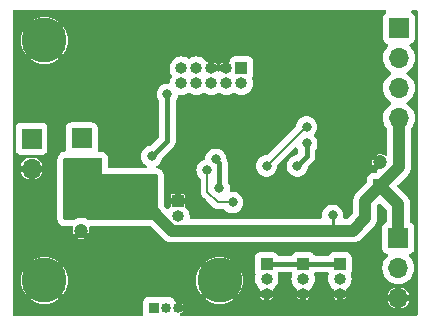
<source format=gbr>
%TF.GenerationSoftware,KiCad,Pcbnew,7.99.0-3522-gc5520b3eef-dirty*%
%TF.CreationDate,2023-12-17T14:55:42+00:00*%
%TF.ProjectId,lamp-controller,6c616d70-2d63-46f6-9e74-726f6c6c6572,rev?*%
%TF.SameCoordinates,Original*%
%TF.FileFunction,Copper,L2,Bot*%
%TF.FilePolarity,Positive*%
%FSLAX46Y46*%
G04 Gerber Fmt 4.6, Leading zero omitted, Abs format (unit mm)*
G04 Created by KiCad (PCBNEW 7.99.0-3522-gc5520b3eef-dirty) date 2023-12-17 14:55:42*
%MOMM*%
%LPD*%
G01*
G04 APERTURE LIST*
%TA.AperFunction,ComponentPad*%
%ADD10C,3.800000*%
%TD*%
%TA.AperFunction,ComponentPad*%
%ADD11R,0.850000X0.850000*%
%TD*%
%TA.AperFunction,ComponentPad*%
%ADD12O,0.850000X0.850000*%
%TD*%
%TA.AperFunction,ComponentPad*%
%ADD13R,1.000000X1.000000*%
%TD*%
%TA.AperFunction,ComponentPad*%
%ADD14O,1.000000X1.000000*%
%TD*%
%TA.AperFunction,ComponentPad*%
%ADD15R,1.700000X1.700000*%
%TD*%
%TA.AperFunction,ComponentPad*%
%ADD16O,1.700000X1.700000*%
%TD*%
%TA.AperFunction,ComponentPad*%
%ADD17C,1.200000*%
%TD*%
%TA.AperFunction,ComponentPad*%
%ADD18R,1.200000X1.200000*%
%TD*%
%TA.AperFunction,ViaPad*%
%ADD19C,0.800000*%
%TD*%
%TA.AperFunction,Conductor*%
%ADD20C,1.000000*%
%TD*%
%TA.AperFunction,Conductor*%
%ADD21C,0.400000*%
%TD*%
%TA.AperFunction,Conductor*%
%ADD22C,0.250000*%
%TD*%
%TA.AperFunction,Conductor*%
%ADD23C,0.150000*%
%TD*%
G04 APERTURE END LIST*
D10*
%TO.P,H3,1,1*%
%TO.N,GND*%
X147420000Y-92500000D03*
%TD*%
%TO.P,H2,1,1*%
%TO.N,GND*%
X132600000Y-92500000D03*
%TD*%
%TO.P,H1,1,1*%
%TO.N,GND*%
X132600000Y-72180000D03*
%TD*%
D11*
%TO.P,J5,1,Pin_1*%
%TO.N,/LPUART1_TX*%
X141900000Y-94800000D03*
D12*
%TO.P,J5,2,Pin_2*%
%TO.N,/LPUART1_RX*%
X142900000Y-94800000D03*
%TO.P,J5,3,Pin_3*%
%TO.N,GND*%
X143900000Y-94800000D03*
%TD*%
D13*
%TO.P,SW2,1,1*%
%TO.N,GND*%
X143887500Y-85800000D03*
D14*
%TO.P,SW2,2,2*%
%TO.N,Net-(R5-Pad2)*%
X143887500Y-87070000D03*
%TD*%
D13*
%TO.P,RV3,1,1*%
%TO.N,+3V3*%
X157600000Y-91100000D03*
D14*
%TO.P,RV3,2,2*%
%TO.N,/C_Pot*%
X157600000Y-92370000D03*
%TO.P,RV3,3,3*%
%TO.N,GND*%
X157600000Y-93640000D03*
%TD*%
%TO.P,RV2,3,3*%
%TO.N,GND*%
X154500000Y-93640000D03*
%TO.P,RV2,2,2*%
%TO.N,/B_Pot*%
X154500000Y-92370000D03*
D13*
%TO.P,RV2,1,1*%
%TO.N,+3V3*%
X154500000Y-91100000D03*
%TD*%
D14*
%TO.P,RV1,3,3*%
%TO.N,GND*%
X151400000Y-93640000D03*
%TO.P,RV1,2,2*%
%TO.N,/A_Pot*%
X151400000Y-92370000D03*
D13*
%TO.P,RV1,1,1*%
%TO.N,+3V3*%
X151400000Y-91100000D03*
%TD*%
D15*
%TO.P,J1,1,Pin_1*%
%TO.N,/5Vin*%
X131500000Y-80500000D03*
D16*
%TO.P,J1,2,Pin_2*%
%TO.N,GND*%
X131500000Y-83040000D03*
%TD*%
D13*
%TO.P,J2,1,VTref*%
%TO.N,/3v3*%
X149270000Y-74530000D03*
D14*
%TO.P,J2,2,SWDIO/TMS*%
%TO.N,/swdio*%
X149270000Y-75800000D03*
%TO.P,J2,3,GND*%
%TO.N,GND*%
X148000000Y-74530000D03*
%TO.P,J2,4,SWDCLK/TCK*%
%TO.N,/swclk*%
X148000000Y-75800000D03*
%TO.P,J2,5,GND*%
%TO.N,GND*%
X146730000Y-74530000D03*
%TO.P,J2,6,SWO/TDO*%
%TO.N,unconnected-(J2-SWO{slash}TDO-Pad6)*%
X146730000Y-75800000D03*
%TO.P,J2,7,KEY*%
%TO.N,unconnected-(J2-KEY-Pad7)*%
X145460000Y-74530000D03*
%TO.P,J2,8,NC/TDI*%
%TO.N,unconnected-(J2-NC{slash}TDI-Pad8)*%
X145460000Y-75800000D03*
%TO.P,J2,9,GNDDetect*%
%TO.N,unconnected-(J2-GNDDetect-Pad9)*%
X144190000Y-74530000D03*
%TO.P,J2,10,~{RESET}*%
%TO.N,/rst*%
X144190000Y-75800000D03*
%TD*%
D17*
%TO.P,C8,2*%
%TO.N,GND*%
X161000000Y-82500000D03*
D18*
%TO.P,C8,1*%
%TO.N,+5V*%
X161000000Y-84500000D03*
%TD*%
D15*
%TO.P,SW1,1,A*%
%TO.N,/5Vin*%
X135750000Y-80475000D03*
D16*
%TO.P,SW1,2,B*%
%TO.N,+5V*%
X135750000Y-83015000D03*
%TD*%
%TO.P,J3,4,Pin_4*%
%TO.N,+5V*%
X162600000Y-78740000D03*
%TO.P,J3,3,Pin_3*%
%TO.N,/C_o*%
X162600000Y-76200000D03*
%TO.P,J3,2,Pin_2*%
%TO.N,/B_o*%
X162600000Y-73660000D03*
D15*
%TO.P,J3,1,Pin_1*%
%TO.N,/A_o*%
X162600000Y-71120000D03*
%TD*%
D16*
%TO.P,J4,3,Pin_3*%
%TO.N,GND*%
X162560000Y-93980000D03*
%TO.P,J4,2,Pin_2*%
%TO.N,/PxCtrl*%
X162560000Y-91440000D03*
D15*
%TO.P,J4,1,Pin_1*%
%TO.N,+5V*%
X162560000Y-88900000D03*
%TD*%
D18*
%TO.P,C2,1*%
%TO.N,+5V*%
X135700000Y-86300000D03*
D17*
%TO.P,C2,2*%
%TO.N,GND*%
X135700000Y-88300000D03*
%TD*%
D19*
%TO.N,GND*%
X134000000Y-70000000D03*
X131000000Y-70000000D03*
X131000000Y-74000000D03*
X131000000Y-90000000D03*
X131000000Y-95000000D03*
X156000000Y-76700000D03*
X157800000Y-75300000D03*
X141000000Y-93000000D03*
X143200000Y-92900000D03*
X148000000Y-79500000D03*
X145750000Y-79500000D03*
%TO.N,+3V3*%
X143000000Y-76750000D03*
X141675000Y-82000000D03*
%TO.N,GND*%
X136753886Y-75005436D03*
X158000000Y-95000000D03*
X160000000Y-95000000D03*
X154000000Y-95000000D03*
X156000000Y-95000000D03*
X150000000Y-95000000D03*
X152000000Y-95000000D03*
X139000000Y-95000000D03*
X137000000Y-95000000D03*
X135000000Y-95000000D03*
X133000000Y-95000000D03*
X131000000Y-88000000D03*
X131000000Y-78000000D03*
X131000000Y-76000000D03*
X131000000Y-86000000D03*
X136000000Y-70000000D03*
X138000000Y-70000000D03*
X140000000Y-70000000D03*
X142000000Y-70000000D03*
X144000000Y-70000000D03*
X146000000Y-70000000D03*
X148000000Y-70000000D03*
X150000000Y-70000000D03*
X152000000Y-70000000D03*
X154000000Y-70000000D03*
X156000000Y-70000000D03*
X158000000Y-70000000D03*
X154000000Y-86500000D03*
X152000000Y-86500000D03*
X160500000Y-78500000D03*
X156000000Y-73000000D03*
X160500000Y-72500000D03*
%TO.N,+5V*%
X157000000Y-87000000D03*
X139700000Y-84400000D03*
X140900000Y-84400000D03*
%TO.N,+3V3*%
X147100000Y-82250000D03*
X147400000Y-84700000D03*
X154803974Y-80903135D03*
X154000000Y-82800000D03*
%TO.N,GND*%
X152700000Y-72900000D03*
X152600000Y-75100000D03*
X152661403Y-78832281D03*
X159900000Y-72900500D03*
X157600000Y-73000000D03*
X159800000Y-79100000D03*
X145900000Y-85900000D03*
X140200000Y-89200000D03*
X140800000Y-76800000D03*
X139800000Y-78900000D03*
X139600000Y-81000000D03*
X148100000Y-81400000D03*
%TO.N,/Button*%
X146359413Y-83155500D03*
X148525000Y-85900000D03*
%TO.N,/C*%
X154787500Y-79500000D03*
X151400000Y-82800000D03*
%TD*%
D20*
%TO.N,+5V*%
X161000000Y-84500000D02*
X159750000Y-85750000D01*
X159750000Y-85750000D02*
X159750000Y-87222600D01*
X159750000Y-87222600D02*
X158700418Y-88272182D01*
X158700418Y-88272182D02*
X157000000Y-88272182D01*
X162560000Y-88900000D02*
X162560000Y-86060000D01*
X162560000Y-86060000D02*
X161000000Y-84500000D01*
X162600000Y-78740000D02*
X162600000Y-82900000D01*
X162600000Y-82900000D02*
X161000000Y-84500000D01*
D21*
%TO.N,+3V3*%
X143000000Y-76750000D02*
X143000000Y-80675000D01*
X143000000Y-80675000D02*
X141675000Y-82000000D01*
X147400000Y-84700000D02*
X147400000Y-82550000D01*
X147400000Y-82550000D02*
X147100000Y-82250000D01*
D20*
%TO.N,+5V*%
X157000000Y-88272182D02*
X143392625Y-88272182D01*
D22*
X157000000Y-87000000D02*
X157000000Y-88272182D01*
D20*
X140900000Y-85779557D02*
X140900000Y-84400000D01*
X143392625Y-88272182D02*
X140900000Y-85779557D01*
D23*
%TO.N,/Button*%
X146359413Y-83155500D02*
X146400000Y-83196087D01*
X146400000Y-83196087D02*
X146400000Y-85000000D01*
X146400000Y-85000000D02*
X147300000Y-85900000D01*
X147300000Y-85900000D02*
X148525000Y-85900000D01*
%TO.N,/C*%
X154700000Y-79500000D02*
X151400000Y-82800000D01*
X154787500Y-79500000D02*
X154700000Y-79500000D01*
D21*
%TO.N,+3V3*%
X154803974Y-81996026D02*
X154803974Y-80903135D01*
X154000000Y-82800000D02*
X154803974Y-81996026D01*
X154500000Y-91100000D02*
X157600000Y-91100000D01*
X151400000Y-91100000D02*
X154500000Y-91100000D01*
%TD*%
%TA.AperFunction,Conductor*%
%TO.N,+5V*%
G36*
X137443039Y-82119685D02*
G01*
X137488794Y-82172489D01*
X137500000Y-82224000D01*
X137500000Y-83500000D01*
X142076000Y-83500000D01*
X142143039Y-83519685D01*
X142188794Y-83572489D01*
X142200000Y-83624000D01*
X142200000Y-87276000D01*
X142180315Y-87343039D01*
X142127511Y-87388794D01*
X142076000Y-87400000D01*
X136372220Y-87400000D01*
X136306943Y-87381427D01*
X136192637Y-87310652D01*
X136002456Y-87236976D01*
X135801976Y-87199500D01*
X135598024Y-87199500D01*
X135397544Y-87236976D01*
X135397541Y-87236976D01*
X135397541Y-87236977D01*
X135207365Y-87310651D01*
X135207364Y-87310651D01*
X135156772Y-87341976D01*
X135093056Y-87381427D01*
X135027780Y-87400000D01*
X134324000Y-87400000D01*
X134256961Y-87380315D01*
X134211206Y-87327511D01*
X134200000Y-87276000D01*
X134200000Y-82224000D01*
X134219685Y-82156961D01*
X134272489Y-82111206D01*
X134324000Y-82100000D01*
X137376000Y-82100000D01*
X137443039Y-82119685D01*
G37*
%TD.AperFunction*%
%TD*%
%TA.AperFunction,Conductor*%
%TO.N,GND*%
G36*
X161503653Y-69620185D02*
G01*
X161549408Y-69672989D01*
X161559352Y-69742147D01*
X161530327Y-69805703D01*
X161510925Y-69823767D01*
X161507670Y-69826203D01*
X161507669Y-69826204D01*
X161392454Y-69912454D01*
X161392453Y-69912455D01*
X161392452Y-69912456D01*
X161306206Y-70027664D01*
X161306202Y-70027671D01*
X161255908Y-70162517D01*
X161252384Y-70195300D01*
X161249501Y-70222123D01*
X161249500Y-70222135D01*
X161249500Y-72017870D01*
X161249501Y-72017876D01*
X161255908Y-72077483D01*
X161306202Y-72212328D01*
X161306206Y-72212335D01*
X161392452Y-72327544D01*
X161392455Y-72327547D01*
X161507664Y-72413793D01*
X161507671Y-72413797D01*
X161639081Y-72462810D01*
X161695015Y-72504681D01*
X161719432Y-72570145D01*
X161704580Y-72638418D01*
X161683430Y-72666673D01*
X161561503Y-72788600D01*
X161425965Y-72982169D01*
X161425964Y-72982171D01*
X161326098Y-73196335D01*
X161326094Y-73196344D01*
X161264938Y-73424586D01*
X161264936Y-73424596D01*
X161244341Y-73659999D01*
X161244341Y-73660000D01*
X161264936Y-73895403D01*
X161264938Y-73895413D01*
X161326094Y-74123655D01*
X161326096Y-74123659D01*
X161326097Y-74123663D01*
X161397866Y-74277571D01*
X161425965Y-74337830D01*
X161425967Y-74337834D01*
X161561501Y-74531395D01*
X161561506Y-74531402D01*
X161728597Y-74698493D01*
X161728603Y-74698498D01*
X161914158Y-74828425D01*
X161957783Y-74883002D01*
X161964977Y-74952500D01*
X161933454Y-75014855D01*
X161914158Y-75031575D01*
X161728597Y-75161505D01*
X161561505Y-75328597D01*
X161425965Y-75522169D01*
X161425964Y-75522171D01*
X161326098Y-75736335D01*
X161326094Y-75736344D01*
X161264938Y-75964586D01*
X161264936Y-75964596D01*
X161244341Y-76199999D01*
X161244341Y-76200000D01*
X161264936Y-76435403D01*
X161264938Y-76435413D01*
X161326094Y-76663655D01*
X161326096Y-76663659D01*
X161326097Y-76663663D01*
X161366357Y-76750000D01*
X161425965Y-76877830D01*
X161425967Y-76877834D01*
X161561501Y-77071395D01*
X161561506Y-77071402D01*
X161728597Y-77238493D01*
X161728603Y-77238498D01*
X161914158Y-77368425D01*
X161957783Y-77423002D01*
X161964977Y-77492500D01*
X161933454Y-77554855D01*
X161914158Y-77571575D01*
X161728597Y-77701505D01*
X161561505Y-77868597D01*
X161425965Y-78062169D01*
X161425964Y-78062171D01*
X161326098Y-78276335D01*
X161326094Y-78276344D01*
X161264938Y-78504586D01*
X161264936Y-78504596D01*
X161244341Y-78739999D01*
X161244341Y-78740000D01*
X161264936Y-78975403D01*
X161264938Y-78975413D01*
X161326094Y-79203655D01*
X161326096Y-79203659D01*
X161326097Y-79203663D01*
X161376496Y-79311744D01*
X161425965Y-79417830D01*
X161425967Y-79417834D01*
X161501358Y-79525502D01*
X161555008Y-79602123D01*
X161561501Y-79611395D01*
X161561506Y-79611402D01*
X161563181Y-79613077D01*
X161563682Y-79613995D01*
X161564982Y-79615544D01*
X161564670Y-79615805D01*
X161596666Y-79674400D01*
X161599500Y-79700758D01*
X161599500Y-81820732D01*
X161579815Y-81887771D01*
X161527011Y-81933526D01*
X161457853Y-81943470D01*
X161405059Y-81922782D01*
X161400562Y-81919678D01*
X161250044Y-81840681D01*
X161084994Y-81800000D01*
X160915006Y-81800000D01*
X160749953Y-81840682D01*
X160749946Y-81840684D01*
X160713412Y-81859858D01*
X160713411Y-81859859D01*
X161000000Y-82146447D01*
X161053553Y-82200000D01*
X160972198Y-82200000D01*
X160889750Y-82215412D01*
X160794390Y-82274457D01*
X160726799Y-82363962D01*
X160696105Y-82471840D01*
X160706454Y-82583521D01*
X160756448Y-82683922D01*
X160839334Y-82759484D01*
X160943920Y-82800000D01*
X161027802Y-82800000D01*
X161059470Y-82794080D01*
X160713411Y-83140140D01*
X160716029Y-83141514D01*
X160766243Y-83190098D01*
X160782218Y-83258117D01*
X160758884Y-83323975D01*
X160746086Y-83338992D01*
X160721897Y-83363181D01*
X160660574Y-83396666D01*
X160634216Y-83399500D01*
X160352130Y-83399500D01*
X160352123Y-83399501D01*
X160292516Y-83405908D01*
X160157671Y-83456202D01*
X160157664Y-83456206D01*
X160042455Y-83542452D01*
X160042452Y-83542455D01*
X159956206Y-83657664D01*
X159956202Y-83657671D01*
X159905908Y-83792517D01*
X159899501Y-83852116D01*
X159899500Y-83852135D01*
X159899500Y-84134216D01*
X159879815Y-84201255D01*
X159863181Y-84221897D01*
X159051531Y-85033547D01*
X158986946Y-85094942D01*
X158951899Y-85145294D01*
X158949062Y-85149056D01*
X158910302Y-85196592D01*
X158910299Y-85196597D01*
X158894392Y-85227047D01*
X158890324Y-85233761D01*
X158870702Y-85261954D01*
X158846509Y-85318330D01*
X158844488Y-85322584D01*
X158816091Y-85376951D01*
X158816090Y-85376952D01*
X158806640Y-85409975D01*
X158804007Y-85417371D01*
X158790459Y-85448943D01*
X158778113Y-85509019D01*
X158776990Y-85513595D01*
X158760113Y-85572577D01*
X158760113Y-85572579D01*
X158757503Y-85606841D01*
X158756414Y-85614608D01*
X158754017Y-85626278D01*
X158749500Y-85648258D01*
X158749500Y-85709597D01*
X158749321Y-85714306D01*
X158744662Y-85775474D01*
X158745665Y-85783345D01*
X158749003Y-85809560D01*
X158749500Y-85817388D01*
X158749500Y-86756817D01*
X158729815Y-86823856D01*
X158713181Y-86844498D01*
X158322317Y-87235363D01*
X158260994Y-87268848D01*
X158234636Y-87271682D01*
X158014621Y-87271682D01*
X157947582Y-87251997D01*
X157901827Y-87199193D01*
X157891300Y-87134723D01*
X157905460Y-87000000D01*
X157885674Y-86811744D01*
X157827179Y-86631716D01*
X157732533Y-86467784D01*
X157605871Y-86327112D01*
X157605870Y-86327111D01*
X157452734Y-86215851D01*
X157452729Y-86215848D01*
X157279807Y-86138857D01*
X157279802Y-86138855D01*
X157134001Y-86107865D01*
X157094646Y-86099500D01*
X156905354Y-86099500D01*
X156872897Y-86106398D01*
X156720197Y-86138855D01*
X156720192Y-86138857D01*
X156547270Y-86215848D01*
X156547265Y-86215851D01*
X156394129Y-86327111D01*
X156267466Y-86467785D01*
X156172821Y-86631715D01*
X156172818Y-86631722D01*
X156130767Y-86761144D01*
X156114326Y-86811744D01*
X156094540Y-87000000D01*
X156108699Y-87134723D01*
X156096131Y-87203450D01*
X156048398Y-87254474D01*
X155985379Y-87271682D01*
X145009790Y-87271682D01*
X144942751Y-87251997D01*
X144896996Y-87199193D01*
X144886387Y-87135528D01*
X144892841Y-87070000D01*
X144873524Y-86873868D01*
X144816314Y-86685273D01*
X144816311Y-86685269D01*
X144816311Y-86685266D01*
X144723413Y-86511467D01*
X144723409Y-86511460D01*
X144598383Y-86359116D01*
X144532834Y-86305322D01*
X144493500Y-86247577D01*
X144487499Y-86209468D01*
X144487500Y-86050000D01*
X144101983Y-86050000D01*
X144173301Y-85965007D01*
X144212500Y-85857306D01*
X144212500Y-85742694D01*
X144173301Y-85634993D01*
X144099629Y-85547195D01*
X144000371Y-85489888D01*
X143915936Y-85475000D01*
X143859064Y-85475000D01*
X143774629Y-85489888D01*
X143675371Y-85547195D01*
X143601699Y-85634993D01*
X143562500Y-85742694D01*
X143562500Y-85857306D01*
X143601699Y-85965007D01*
X143673017Y-86050000D01*
X143287500Y-86050000D01*
X143287500Y-86209469D01*
X143267815Y-86276508D01*
X143242167Y-86305320D01*
X143191615Y-86346807D01*
X143176619Y-86359116D01*
X143176615Y-86359119D01*
X143136235Y-86408322D01*
X143078489Y-86447656D01*
X143008644Y-86449525D01*
X142952701Y-86417337D01*
X142741819Y-86206455D01*
X142708334Y-86145132D01*
X142705500Y-86118774D01*
X142705500Y-85550000D01*
X143287500Y-85550000D01*
X143637500Y-85550000D01*
X143637500Y-85200000D01*
X144137500Y-85200000D01*
X144137500Y-85550000D01*
X144487499Y-85550000D01*
X144487499Y-85290155D01*
X144481697Y-85260981D01*
X144459595Y-85227904D01*
X144426516Y-85205801D01*
X144426515Y-85205800D01*
X144397353Y-85200000D01*
X144137500Y-85200000D01*
X143637500Y-85200000D01*
X143377655Y-85200000D01*
X143348481Y-85205802D01*
X143315404Y-85227904D01*
X143293301Y-85260983D01*
X143293300Y-85260984D01*
X143287500Y-85290146D01*
X143287500Y-85550000D01*
X142705500Y-85550000D01*
X142705500Y-83624010D01*
X142705500Y-83624000D01*
X142693947Y-83516544D01*
X142682741Y-83465033D01*
X142678872Y-83453408D01*
X142648616Y-83362502D01*
X142648613Y-83362496D01*
X142570828Y-83241462D01*
X142570825Y-83241457D01*
X142563175Y-83232628D01*
X142525076Y-83188659D01*
X142525072Y-83188656D01*
X142525070Y-83188653D01*
X142486810Y-83155500D01*
X145453953Y-83155500D01*
X145473739Y-83343756D01*
X145473740Y-83343759D01*
X145532231Y-83523777D01*
X145532234Y-83523784D01*
X145626880Y-83687716D01*
X145721244Y-83792517D01*
X145753542Y-83828388D01*
X145753543Y-83828389D01*
X145773382Y-83842802D01*
X145816050Y-83898130D01*
X145824500Y-83943122D01*
X145824500Y-84958219D01*
X145823969Y-84966321D01*
X145819535Y-84999998D01*
X145824021Y-85034083D01*
X145824023Y-85034098D01*
X145839313Y-85150235D01*
X145839313Y-85150236D01*
X145892815Y-85279401D01*
X145897301Y-85290231D01*
X145897303Y-85290235D01*
X145967680Y-85381952D01*
X145967689Y-85381963D01*
X145989546Y-85410448D01*
X145989547Y-85410449D01*
X145989549Y-85410451D01*
X146007829Y-85424478D01*
X146016506Y-85431136D01*
X146022609Y-85436489D01*
X146863520Y-86277400D01*
X146868861Y-86283490D01*
X146889549Y-86310451D01*
X146900271Y-86318678D01*
X146918486Y-86332656D01*
X146918491Y-86332660D01*
X146987052Y-86385268D01*
X147009765Y-86402697D01*
X147009767Y-86402698D01*
X147149764Y-86460687D01*
X147262280Y-86475500D01*
X147262281Y-86475500D01*
X147264294Y-86475765D01*
X147264313Y-86475766D01*
X147300000Y-86480465D01*
X147300001Y-86480465D01*
X147313265Y-86478718D01*
X147333682Y-86476030D01*
X147341781Y-86475500D01*
X147776232Y-86475500D01*
X147843271Y-86495185D01*
X147868382Y-86516528D01*
X147919129Y-86572888D01*
X147919135Y-86572893D01*
X148072265Y-86684148D01*
X148072270Y-86684151D01*
X148245192Y-86761142D01*
X148245197Y-86761144D01*
X148430354Y-86800500D01*
X148430355Y-86800500D01*
X148619644Y-86800500D01*
X148619646Y-86800500D01*
X148804803Y-86761144D01*
X148977730Y-86684151D01*
X149130871Y-86572888D01*
X149257533Y-86432216D01*
X149352179Y-86268284D01*
X149410674Y-86088256D01*
X149430460Y-85900000D01*
X149410674Y-85711744D01*
X149352179Y-85531716D01*
X149257533Y-85367784D01*
X149130871Y-85227112D01*
X149130782Y-85227047D01*
X148977734Y-85115851D01*
X148977729Y-85115848D01*
X148804807Y-85038857D01*
X148804802Y-85038855D01*
X148659001Y-85007865D01*
X148619646Y-84999500D01*
X148430354Y-84999500D01*
X148424521Y-85000113D01*
X148355791Y-84987543D01*
X148304768Y-84939810D01*
X148287651Y-84872070D01*
X148288237Y-84863866D01*
X148305460Y-84700000D01*
X148285674Y-84511744D01*
X148227179Y-84331716D01*
X148163775Y-84221897D01*
X148132535Y-84167787D01*
X148132531Y-84167782D01*
X148132344Y-84167574D01*
X148132273Y-84167427D01*
X148128714Y-84162528D01*
X148129610Y-84161876D01*
X148102119Y-84104580D01*
X148100500Y-84084608D01*
X148100500Y-82800000D01*
X150494540Y-82800000D01*
X150514326Y-82988256D01*
X150514327Y-82988259D01*
X150572818Y-83168277D01*
X150572821Y-83168284D01*
X150667467Y-83332216D01*
X150786983Y-83464952D01*
X150794129Y-83472888D01*
X150947265Y-83584148D01*
X150947270Y-83584151D01*
X151120192Y-83661142D01*
X151120197Y-83661144D01*
X151305354Y-83700500D01*
X151305355Y-83700500D01*
X151494644Y-83700500D01*
X151494646Y-83700500D01*
X151679803Y-83661144D01*
X151852730Y-83584151D01*
X152005871Y-83472888D01*
X152132533Y-83332216D01*
X152227179Y-83168284D01*
X152285674Y-82988256D01*
X152305460Y-82800000D01*
X152302932Y-82775947D01*
X152315502Y-82707218D01*
X152338569Y-82675309D01*
X153777029Y-81236849D01*
X153838350Y-81203366D01*
X153908042Y-81208350D01*
X153963975Y-81250222D01*
X153973222Y-81265977D01*
X153973546Y-81265791D01*
X154071440Y-81435350D01*
X154071622Y-81435552D01*
X154071690Y-81435694D01*
X154075259Y-81440606D01*
X154074360Y-81441258D01*
X154101853Y-81498543D01*
X154103474Y-81518526D01*
X154103474Y-81654507D01*
X154083789Y-81721546D01*
X154067159Y-81742183D01*
X153997603Y-81811740D01*
X153937026Y-81872317D01*
X153875703Y-81905801D01*
X153875126Y-81905925D01*
X153720197Y-81938855D01*
X153720192Y-81938857D01*
X153547270Y-82015848D01*
X153547265Y-82015851D01*
X153394129Y-82127111D01*
X153267466Y-82267785D01*
X153172821Y-82431715D01*
X153172818Y-82431722D01*
X153140166Y-82532216D01*
X153114326Y-82611744D01*
X153094540Y-82800000D01*
X153114326Y-82988256D01*
X153114327Y-82988259D01*
X153172818Y-83168277D01*
X153172821Y-83168284D01*
X153267467Y-83332216D01*
X153386983Y-83464952D01*
X153394129Y-83472888D01*
X153547265Y-83584148D01*
X153547270Y-83584151D01*
X153720192Y-83661142D01*
X153720197Y-83661144D01*
X153905354Y-83700500D01*
X153905355Y-83700500D01*
X154094644Y-83700500D01*
X154094646Y-83700500D01*
X154279803Y-83661144D01*
X154452730Y-83584151D01*
X154605871Y-83472888D01*
X154732533Y-83332216D01*
X154827179Y-83168284D01*
X154885674Y-82988256D01*
X154890864Y-82938869D01*
X154917447Y-82874258D01*
X154926494Y-82864161D01*
X155283030Y-82507625D01*
X155285722Y-82505091D01*
X155291469Y-82500000D01*
X160294859Y-82500000D01*
X160315348Y-82668751D01*
X160359989Y-82786457D01*
X160646447Y-82500000D01*
X160646447Y-82499999D01*
X160359989Y-82213541D01*
X160359988Y-82213542D01*
X160315349Y-82331248D01*
X160294859Y-82499999D01*
X160294859Y-82500000D01*
X155291469Y-82500000D01*
X155332157Y-82463955D01*
X155367395Y-82412902D01*
X155369587Y-82409922D01*
X155407852Y-82361083D01*
X155412008Y-82351847D01*
X155423036Y-82332292D01*
X155428792Y-82323956D01*
X155450786Y-82265957D01*
X155452201Y-82262541D01*
X155477669Y-82205957D01*
X155479496Y-82195985D01*
X155485520Y-82174373D01*
X155489114Y-82164898D01*
X155496587Y-82103350D01*
X155497151Y-82099645D01*
X155502264Y-82071741D01*
X155508332Y-82038632D01*
X155504587Y-81976722D01*
X155504474Y-81972977D01*
X155504474Y-81518526D01*
X155524159Y-81451487D01*
X155536326Y-81435552D01*
X155536507Y-81435351D01*
X155631153Y-81271419D01*
X155689648Y-81091391D01*
X155709434Y-80903135D01*
X155689648Y-80714879D01*
X155631153Y-80534851D01*
X155536507Y-80370919D01*
X155450493Y-80275391D01*
X155420263Y-80212400D01*
X155428888Y-80143064D01*
X155450492Y-80109448D01*
X155520033Y-80032216D01*
X155614679Y-79868284D01*
X155673174Y-79688256D01*
X155692960Y-79500000D01*
X155673174Y-79311744D01*
X155614679Y-79131716D01*
X155520033Y-78967784D01*
X155393371Y-78827112D01*
X155393370Y-78827111D01*
X155240234Y-78715851D01*
X155240229Y-78715848D01*
X155067307Y-78638857D01*
X155067302Y-78638855D01*
X154921501Y-78607865D01*
X154882146Y-78599500D01*
X154692854Y-78599500D01*
X154660397Y-78606398D01*
X154507697Y-78638855D01*
X154507692Y-78638857D01*
X154334770Y-78715848D01*
X154334765Y-78715851D01*
X154181629Y-78827111D01*
X154054966Y-78967785D01*
X153960321Y-79131715D01*
X153960318Y-79131722D01*
X153908093Y-79292455D01*
X153901826Y-79311744D01*
X153890676Y-79417834D01*
X153886151Y-79460888D01*
X153859566Y-79525502D01*
X153850511Y-79535607D01*
X151522939Y-81863181D01*
X151461616Y-81896666D01*
X151435258Y-81899500D01*
X151305354Y-81899500D01*
X151272897Y-81906398D01*
X151120197Y-81938855D01*
X151120192Y-81938857D01*
X150947270Y-82015848D01*
X150947265Y-82015851D01*
X150794129Y-82127111D01*
X150667466Y-82267785D01*
X150572821Y-82431715D01*
X150572818Y-82431722D01*
X150540166Y-82532216D01*
X150514326Y-82611744D01*
X150494540Y-82800000D01*
X148100500Y-82800000D01*
X148100500Y-82573047D01*
X148100613Y-82569302D01*
X148102184Y-82543333D01*
X148104358Y-82507394D01*
X148093175Y-82446370D01*
X148092613Y-82442673D01*
X148085140Y-82381127D01*
X148081548Y-82371656D01*
X148075522Y-82350042D01*
X148073695Y-82340068D01*
X148048234Y-82283496D01*
X148046806Y-82280049D01*
X148024818Y-82222070D01*
X148019063Y-82213733D01*
X148008035Y-82194179D01*
X148005185Y-82187846D01*
X147994941Y-82149921D01*
X147993780Y-82138873D01*
X147985674Y-82061744D01*
X147927179Y-81881716D01*
X147832533Y-81717784D01*
X147705871Y-81577112D01*
X147705870Y-81577111D01*
X147552734Y-81465851D01*
X147552729Y-81465848D01*
X147379807Y-81388857D01*
X147379802Y-81388855D01*
X147234001Y-81357865D01*
X147194646Y-81349500D01*
X147005354Y-81349500D01*
X146972897Y-81356398D01*
X146820197Y-81388855D01*
X146820192Y-81388857D01*
X146647270Y-81465848D01*
X146647265Y-81465851D01*
X146494129Y-81577111D01*
X146367466Y-81717785D01*
X146272821Y-81881715D01*
X146272818Y-81881722D01*
X146216289Y-82055702D01*
X146214326Y-82061744D01*
X146202490Y-82174360D01*
X146201815Y-82180784D01*
X146175230Y-82245398D01*
X146117933Y-82285383D01*
X146104279Y-82289111D01*
X146079614Y-82294354D01*
X146079605Y-82294357D01*
X145906683Y-82371348D01*
X145906678Y-82371351D01*
X145753542Y-82482611D01*
X145626879Y-82623285D01*
X145532234Y-82787215D01*
X145532231Y-82787222D01*
X145477093Y-82956920D01*
X145473739Y-82967244D01*
X145453953Y-83155500D01*
X142486810Y-83155500D01*
X142416336Y-83094433D01*
X142416333Y-83094431D01*
X142416331Y-83094430D01*
X142285465Y-83034664D01*
X142285460Y-83034662D01*
X142285459Y-83034662D01*
X142262858Y-83028025D01*
X142218425Y-83014978D01*
X142218419Y-83014976D01*
X142187552Y-83010538D01*
X142179896Y-83009437D01*
X142116341Y-82980413D01*
X142078567Y-82921635D01*
X142078567Y-82851765D01*
X142116341Y-82792987D01*
X142124659Y-82786382D01*
X142127730Y-82784151D01*
X142280871Y-82672888D01*
X142407533Y-82532216D01*
X142502179Y-82368284D01*
X142560674Y-82188256D01*
X142565864Y-82138869D01*
X142592447Y-82074258D01*
X142601494Y-82064161D01*
X143479056Y-81186599D01*
X143481748Y-81184065D01*
X143528183Y-81142929D01*
X143563421Y-81091876D01*
X143565613Y-81088896D01*
X143603878Y-81040057D01*
X143608034Y-81030821D01*
X143619062Y-81011266D01*
X143624818Y-81002930D01*
X143646812Y-80944931D01*
X143648227Y-80941515D01*
X143673695Y-80884931D01*
X143675522Y-80874959D01*
X143681546Y-80853347D01*
X143685140Y-80843872D01*
X143692613Y-80782324D01*
X143693177Y-80778619D01*
X143696535Y-80760289D01*
X143704358Y-80717606D01*
X143700613Y-80655696D01*
X143700500Y-80651951D01*
X143700500Y-77365391D01*
X143720185Y-77298352D01*
X143732352Y-77282417D01*
X143732533Y-77282216D01*
X143827179Y-77118284D01*
X143885674Y-76938256D01*
X143889741Y-76899554D01*
X143916324Y-76834940D01*
X143973620Y-76794954D01*
X144025213Y-76789111D01*
X144190000Y-76805341D01*
X144386132Y-76786024D01*
X144574727Y-76728814D01*
X144748538Y-76635910D01*
X144748544Y-76635904D01*
X144753607Y-76632523D01*
X144754703Y-76634164D01*
X144810639Y-76610405D01*
X144879507Y-76622194D01*
X144896148Y-76632888D01*
X144896393Y-76632523D01*
X144901458Y-76635907D01*
X144901462Y-76635910D01*
X145075273Y-76728814D01*
X145263868Y-76786024D01*
X145460000Y-76805341D01*
X145656132Y-76786024D01*
X145844727Y-76728814D01*
X146018538Y-76635910D01*
X146018544Y-76635904D01*
X146023607Y-76632523D01*
X146024703Y-76634164D01*
X146080639Y-76610405D01*
X146149507Y-76622194D01*
X146166148Y-76632888D01*
X146166393Y-76632523D01*
X146171458Y-76635907D01*
X146171462Y-76635910D01*
X146345273Y-76728814D01*
X146533868Y-76786024D01*
X146730000Y-76805341D01*
X146926132Y-76786024D01*
X147114727Y-76728814D01*
X147288538Y-76635910D01*
X147288544Y-76635904D01*
X147293607Y-76632523D01*
X147294703Y-76634164D01*
X147350639Y-76610405D01*
X147419507Y-76622194D01*
X147436148Y-76632888D01*
X147436393Y-76632523D01*
X147441458Y-76635907D01*
X147441462Y-76635910D01*
X147615273Y-76728814D01*
X147803868Y-76786024D01*
X148000000Y-76805341D01*
X148196132Y-76786024D01*
X148384727Y-76728814D01*
X148558538Y-76635910D01*
X148558544Y-76635904D01*
X148563607Y-76632523D01*
X148564703Y-76634164D01*
X148620639Y-76610405D01*
X148689507Y-76622194D01*
X148706148Y-76632888D01*
X148706393Y-76632523D01*
X148711458Y-76635907D01*
X148711462Y-76635910D01*
X148885273Y-76728814D01*
X149073868Y-76786024D01*
X149270000Y-76805341D01*
X149466132Y-76786024D01*
X149654727Y-76728814D01*
X149828538Y-76635910D01*
X149980883Y-76510883D01*
X150105910Y-76358538D01*
X150190467Y-76200344D01*
X150198811Y-76184733D01*
X150198811Y-76184732D01*
X150198814Y-76184727D01*
X150256024Y-75996132D01*
X150275341Y-75800000D01*
X150256024Y-75603868D01*
X150198814Y-75415273D01*
X150197677Y-75413146D01*
X150197418Y-75411904D01*
X150196483Y-75409645D01*
X150196911Y-75409467D01*
X150183435Y-75344746D01*
X150207771Y-75280379D01*
X150213796Y-75272331D01*
X150264091Y-75137483D01*
X150270500Y-75077873D01*
X150270499Y-73982128D01*
X150264091Y-73922517D01*
X150225525Y-73819117D01*
X150213797Y-73787671D01*
X150213793Y-73787664D01*
X150127547Y-73672455D01*
X150127544Y-73672452D01*
X150012335Y-73586206D01*
X150012328Y-73586202D01*
X149877482Y-73535908D01*
X149877483Y-73535908D01*
X149817883Y-73529501D01*
X149817881Y-73529500D01*
X149817873Y-73529500D01*
X149817864Y-73529500D01*
X148722129Y-73529500D01*
X148722123Y-73529501D01*
X148662516Y-73535908D01*
X148527671Y-73586202D01*
X148527664Y-73586206D01*
X148412455Y-73672452D01*
X148412452Y-73672455D01*
X148326206Y-73787664D01*
X148326202Y-73787671D01*
X148275908Y-73922518D01*
X148274700Y-73927631D01*
X148250000Y-73971005D01*
X148250000Y-74322327D01*
X148212129Y-74277195D01*
X148112871Y-74219888D01*
X148028436Y-74205000D01*
X147971564Y-74205000D01*
X147887129Y-74219888D01*
X147787871Y-74277195D01*
X147714199Y-74364993D01*
X147675000Y-74472694D01*
X147675000Y-74587306D01*
X147714199Y-74695007D01*
X147785517Y-74780000D01*
X147443058Y-74780000D01*
X147414488Y-74803876D01*
X147345163Y-74812583D01*
X147282136Y-74782428D01*
X147280032Y-74780000D01*
X146944483Y-74780000D01*
X147015801Y-74695007D01*
X147055000Y-74587306D01*
X147055000Y-74472694D01*
X147015801Y-74364993D01*
X146942129Y-74277195D01*
X146842871Y-74219888D01*
X146758436Y-74205000D01*
X146701564Y-74205000D01*
X146617129Y-74219888D01*
X146517871Y-74277195D01*
X146480000Y-74322327D01*
X146480000Y-73984118D01*
X146479999Y-73984117D01*
X146980000Y-73984117D01*
X146980000Y-74280000D01*
X147286941Y-74280000D01*
X147296324Y-74272158D01*
X147292575Y-74270657D01*
X147433411Y-74270657D01*
X147447862Y-74277571D01*
X147449967Y-74280000D01*
X147750000Y-74280000D01*
X147750000Y-73984118D01*
X147749999Y-73984118D01*
X147697414Y-74005899D01*
X147572075Y-74102075D01*
X147475899Y-74227415D01*
X147472382Y-74233506D01*
X147433411Y-74270657D01*
X147292575Y-74270657D01*
X147288340Y-74268961D01*
X147257618Y-74233506D01*
X147254100Y-74227415D01*
X147157926Y-74102076D01*
X147032585Y-74005899D01*
X146980000Y-73984117D01*
X146479999Y-73984117D01*
X146435328Y-74002621D01*
X146365859Y-74010090D01*
X146303380Y-73978815D01*
X146292023Y-73966725D01*
X146170883Y-73819116D01*
X146018539Y-73694090D01*
X146018532Y-73694086D01*
X145844733Y-73601188D01*
X145844727Y-73601186D01*
X145656132Y-73543976D01*
X145656129Y-73543975D01*
X145460000Y-73524659D01*
X145263870Y-73543975D01*
X145075266Y-73601188D01*
X144901467Y-73694086D01*
X144896399Y-73697473D01*
X144895305Y-73695836D01*
X144839337Y-73719596D01*
X144770471Y-73707795D01*
X144753843Y-73697109D01*
X144753601Y-73697473D01*
X144748532Y-73694086D01*
X144574733Y-73601188D01*
X144574727Y-73601186D01*
X144386132Y-73543976D01*
X144386129Y-73543975D01*
X144190000Y-73524659D01*
X143993870Y-73543975D01*
X143805266Y-73601188D01*
X143631467Y-73694086D01*
X143631460Y-73694090D01*
X143479116Y-73819116D01*
X143354090Y-73971460D01*
X143354086Y-73971467D01*
X143261188Y-74145266D01*
X143203975Y-74333870D01*
X143184659Y-74530000D01*
X143203975Y-74726129D01*
X143203976Y-74726132D01*
X143242226Y-74852226D01*
X143261188Y-74914733D01*
X143354086Y-75088532D01*
X143357473Y-75093601D01*
X143355836Y-75094694D01*
X143379596Y-75150663D01*
X143367795Y-75219529D01*
X143357109Y-75236156D01*
X143357473Y-75236399D01*
X143354086Y-75241467D01*
X143261188Y-75415266D01*
X143203975Y-75603870D01*
X143190799Y-75737654D01*
X143164638Y-75802441D01*
X143107603Y-75842800D01*
X143067396Y-75849500D01*
X142905354Y-75849500D01*
X142872897Y-75856398D01*
X142720197Y-75888855D01*
X142720192Y-75888857D01*
X142547270Y-75965848D01*
X142547265Y-75965851D01*
X142394129Y-76077111D01*
X142267466Y-76217785D01*
X142172821Y-76381715D01*
X142172818Y-76381722D01*
X142114327Y-76561740D01*
X142114326Y-76561744D01*
X142094540Y-76750000D01*
X142114326Y-76938256D01*
X142114327Y-76938259D01*
X142172818Y-77118277D01*
X142172821Y-77118284D01*
X142267466Y-77282215D01*
X142267648Y-77282417D01*
X142267716Y-77282559D01*
X142271285Y-77287471D01*
X142270386Y-77288123D01*
X142297879Y-77345408D01*
X142299500Y-77365391D01*
X142299500Y-80333481D01*
X142279815Y-80400520D01*
X142263181Y-80421162D01*
X141612026Y-81072316D01*
X141550703Y-81105801D01*
X141550126Y-81105925D01*
X141395197Y-81138855D01*
X141395192Y-81138857D01*
X141222270Y-81215848D01*
X141222265Y-81215851D01*
X141069129Y-81327111D01*
X140942466Y-81467785D01*
X140847821Y-81631715D01*
X140847818Y-81631722D01*
X140795157Y-81793797D01*
X140789326Y-81811744D01*
X140769540Y-82000000D01*
X140789326Y-82188256D01*
X140789327Y-82188259D01*
X140847818Y-82368277D01*
X140847821Y-82368284D01*
X140942467Y-82532216D01*
X141024466Y-82623285D01*
X141069129Y-82672888D01*
X141203043Y-82770182D01*
X141245709Y-82825512D01*
X141251688Y-82895125D01*
X141219082Y-82956920D01*
X141158244Y-82991277D01*
X141130158Y-82994500D01*
X138129500Y-82994500D01*
X138062461Y-82974815D01*
X138016706Y-82922011D01*
X138005500Y-82870500D01*
X138005500Y-82224010D01*
X138005500Y-82224000D01*
X137993947Y-82116544D01*
X137982741Y-82065033D01*
X137973953Y-82038630D01*
X137948616Y-81962502D01*
X137948613Y-81962496D01*
X137921095Y-81919678D01*
X137870825Y-81841457D01*
X137870155Y-81840684D01*
X137825076Y-81788659D01*
X137825072Y-81788656D01*
X137825070Y-81788653D01*
X137716336Y-81694433D01*
X137716333Y-81694431D01*
X137716331Y-81694430D01*
X137585465Y-81634664D01*
X137585460Y-81634662D01*
X137585459Y-81634662D01*
X137562858Y-81628025D01*
X137518425Y-81614978D01*
X137518419Y-81614976D01*
X137432966Y-81602690D01*
X137376000Y-81594500D01*
X137375998Y-81594500D01*
X137212256Y-81594500D01*
X137145217Y-81574815D01*
X137099462Y-81522011D01*
X137089518Y-81452853D01*
X137092761Y-81440142D01*
X137092307Y-81440035D01*
X137094091Y-81432483D01*
X137097811Y-81397883D01*
X137100500Y-81372873D01*
X137100499Y-79577128D01*
X137094091Y-79517517D01*
X137088934Y-79503691D01*
X137043797Y-79382671D01*
X137043793Y-79382664D01*
X136957547Y-79267455D01*
X136957544Y-79267452D01*
X136842335Y-79181206D01*
X136842328Y-79181202D01*
X136707482Y-79130908D01*
X136707483Y-79130908D01*
X136647883Y-79124501D01*
X136647881Y-79124500D01*
X136647873Y-79124500D01*
X136647864Y-79124500D01*
X134852129Y-79124500D01*
X134852123Y-79124501D01*
X134792516Y-79130908D01*
X134657671Y-79181202D01*
X134657664Y-79181206D01*
X134542455Y-79267452D01*
X134542452Y-79267455D01*
X134456206Y-79382664D01*
X134456202Y-79382671D01*
X134405908Y-79517517D01*
X134399501Y-79577116D01*
X134399501Y-79577123D01*
X134399500Y-79577135D01*
X134399500Y-81372870D01*
X134399501Y-81372876D01*
X134405909Y-81432487D01*
X134407692Y-81440031D01*
X134405802Y-81440477D01*
X134410048Y-81499935D01*
X134376555Y-81561254D01*
X134315227Y-81594731D01*
X134302141Y-81596850D01*
X134216547Y-81606052D01*
X134216537Y-81606054D01*
X134165027Y-81617260D01*
X134062502Y-81651383D01*
X134062496Y-81651386D01*
X133941462Y-81729171D01*
X133941451Y-81729179D01*
X133888659Y-81774923D01*
X133794433Y-81883664D01*
X133794430Y-81883668D01*
X133734664Y-82014534D01*
X133714978Y-82081575D01*
X133714976Y-82081580D01*
X133708430Y-82127111D01*
X133694500Y-82224000D01*
X133694500Y-87276000D01*
X133694501Y-87276009D01*
X133706052Y-87383450D01*
X133706054Y-87383462D01*
X133717260Y-87434972D01*
X133751383Y-87537497D01*
X133751386Y-87537503D01*
X133829171Y-87658537D01*
X133829179Y-87658548D01*
X133874923Y-87711340D01*
X133874926Y-87711343D01*
X133874930Y-87711347D01*
X133983664Y-87805567D01*
X133983667Y-87805568D01*
X133983668Y-87805569D01*
X134031264Y-87827306D01*
X134114541Y-87865338D01*
X134156498Y-87877658D01*
X134181575Y-87885022D01*
X134181580Y-87885023D01*
X134181584Y-87885024D01*
X134324000Y-87905500D01*
X134324003Y-87905500D01*
X134921319Y-87905500D01*
X134988358Y-87925185D01*
X135034113Y-87977989D01*
X135044057Y-88047147D01*
X135037261Y-88073471D01*
X135015349Y-88131245D01*
X135015348Y-88131251D01*
X134994859Y-88299999D01*
X134994859Y-88300000D01*
X135015348Y-88468751D01*
X135059989Y-88586457D01*
X135404654Y-88241792D01*
X135396105Y-88271840D01*
X135406454Y-88383521D01*
X135456448Y-88483922D01*
X135539334Y-88559484D01*
X135643920Y-88600000D01*
X135727802Y-88600000D01*
X135810250Y-88584588D01*
X135905610Y-88525543D01*
X135973201Y-88436038D01*
X136003895Y-88328160D01*
X135995947Y-88242394D01*
X136340009Y-88586456D01*
X136384650Y-88468751D01*
X136384651Y-88468748D01*
X136405141Y-88300000D01*
X136405141Y-88299999D01*
X136384651Y-88131251D01*
X136384650Y-88131245D01*
X136362739Y-88073471D01*
X136357372Y-88003808D01*
X136390519Y-87942302D01*
X136451658Y-87908480D01*
X136478681Y-87905500D01*
X141559661Y-87905500D01*
X141626700Y-87925185D01*
X141647342Y-87941819D01*
X142676172Y-88970650D01*
X142737563Y-89035233D01*
X142737568Y-89035237D01*
X142768170Y-89056536D01*
X142787928Y-89070288D01*
X142791669Y-89073108D01*
X142839218Y-89111880D01*
X142869670Y-89127786D01*
X142876383Y-89131854D01*
X142904576Y-89151477D01*
X142960954Y-89175671D01*
X142965203Y-89177689D01*
X143019576Y-89206091D01*
X143047114Y-89213970D01*
X143052599Y-89215540D01*
X143059993Y-89218172D01*
X143091567Y-89231722D01*
X143091570Y-89231722D01*
X143091571Y-89231723D01*
X143151647Y-89244069D01*
X143156225Y-89245192D01*
X143158329Y-89245794D01*
X143215207Y-89262069D01*
X143249464Y-89264677D01*
X143257239Y-89265768D01*
X143290880Y-89272682D01*
X143290884Y-89272682D01*
X143352223Y-89272682D01*
X143356929Y-89272860D01*
X143384220Y-89274939D01*
X143418100Y-89277519D01*
X143418100Y-89277518D01*
X143418101Y-89277519D01*
X143452184Y-89273178D01*
X143460014Y-89272682D01*
X156898259Y-89272682D01*
X158687702Y-89272682D01*
X158776776Y-89274939D01*
X158776776Y-89274938D01*
X158776781Y-89274939D01*
X158837171Y-89264114D01*
X158841830Y-89263462D01*
X158884025Y-89259170D01*
X158902856Y-89257256D01*
X158935645Y-89246968D01*
X158943258Y-89245100D01*
X158977071Y-89239040D01*
X159034039Y-89216283D01*
X159038471Y-89214706D01*
X159097006Y-89196341D01*
X159127045Y-89179666D01*
X159134126Y-89176304D01*
X159166035Y-89163559D01*
X159217272Y-89129790D01*
X159221269Y-89127369D01*
X159274920Y-89097591D01*
X159300986Y-89075212D01*
X159307261Y-89070482D01*
X159307563Y-89070283D01*
X159335937Y-89051584D01*
X159379310Y-89008209D01*
X159382768Y-89005005D01*
X159388598Y-89000000D01*
X159429313Y-88965048D01*
X159450346Y-88937873D01*
X159455516Y-88932003D01*
X160448468Y-87939051D01*
X160513053Y-87877659D01*
X160548099Y-87827306D01*
X160550938Y-87823541D01*
X160560991Y-87811212D01*
X160589698Y-87776007D01*
X160605601Y-87745560D01*
X160609674Y-87738839D01*
X160614489Y-87731920D01*
X160629295Y-87710649D01*
X160653492Y-87654260D01*
X160655498Y-87650035D01*
X160683909Y-87595649D01*
X160693357Y-87562622D01*
X160695988Y-87555233D01*
X160709540Y-87523658D01*
X160721895Y-87463530D01*
X160722999Y-87459029D01*
X160739886Y-87400018D01*
X160742494Y-87365757D01*
X160743585Y-87357989D01*
X160750500Y-87324343D01*
X160750500Y-87262998D01*
X160750679Y-87258288D01*
X160755337Y-87197124D01*
X160750997Y-87163042D01*
X160750500Y-87155203D01*
X160750500Y-86215782D01*
X160770185Y-86148743D01*
X160786819Y-86128101D01*
X160912319Y-86002601D01*
X160973642Y-85969116D01*
X161043334Y-85974100D01*
X161087681Y-86002601D01*
X161523181Y-86438101D01*
X161556666Y-86499424D01*
X161559500Y-86525782D01*
X161559500Y-87485858D01*
X161539815Y-87552897D01*
X161487011Y-87598652D01*
X161478847Y-87602034D01*
X161467669Y-87606204D01*
X161467664Y-87606206D01*
X161352455Y-87692452D01*
X161352452Y-87692455D01*
X161266206Y-87807664D01*
X161266202Y-87807671D01*
X161215908Y-87942517D01*
X161209501Y-88002116D01*
X161209501Y-88002123D01*
X161209500Y-88002135D01*
X161209500Y-89797870D01*
X161209501Y-89797876D01*
X161215908Y-89857483D01*
X161266202Y-89992328D01*
X161266206Y-89992335D01*
X161352452Y-90107544D01*
X161352455Y-90107547D01*
X161467664Y-90193793D01*
X161467671Y-90193797D01*
X161599081Y-90242810D01*
X161655015Y-90284681D01*
X161679432Y-90350145D01*
X161664580Y-90418418D01*
X161643430Y-90446673D01*
X161521503Y-90568600D01*
X161385965Y-90762169D01*
X161385964Y-90762171D01*
X161286098Y-90976335D01*
X161286094Y-90976344D01*
X161224938Y-91204586D01*
X161224936Y-91204596D01*
X161204341Y-91439999D01*
X161204341Y-91440000D01*
X161224936Y-91675403D01*
X161224938Y-91675413D01*
X161286094Y-91903655D01*
X161286096Y-91903659D01*
X161286097Y-91903663D01*
X161350122Y-92040965D01*
X161385965Y-92117830D01*
X161385967Y-92117834D01*
X161453750Y-92214637D01*
X161521505Y-92311401D01*
X161688599Y-92478495D01*
X161719313Y-92500001D01*
X161882165Y-92614032D01*
X161882167Y-92614033D01*
X161882170Y-92614035D01*
X162096337Y-92713903D01*
X162324592Y-92775063D01*
X162512918Y-92791539D01*
X162559999Y-92795659D01*
X162560000Y-92795659D01*
X162560001Y-92795659D01*
X162599234Y-92792226D01*
X162795408Y-92775063D01*
X163023663Y-92713903D01*
X163237830Y-92614035D01*
X163431401Y-92478495D01*
X163598495Y-92311401D01*
X163734035Y-92117830D01*
X163833903Y-91903663D01*
X163895063Y-91675408D01*
X163915659Y-91440000D01*
X163895063Y-91204592D01*
X163833903Y-90976337D01*
X163734035Y-90762171D01*
X163673761Y-90676091D01*
X163598496Y-90568600D01*
X163545196Y-90515300D01*
X163476567Y-90446671D01*
X163443084Y-90385351D01*
X163448068Y-90315659D01*
X163489939Y-90259725D01*
X163520915Y-90242810D01*
X163652331Y-90193796D01*
X163767546Y-90107546D01*
X163853796Y-89992331D01*
X163904091Y-89857483D01*
X163910500Y-89797873D01*
X163910499Y-88002128D01*
X163904091Y-87942517D01*
X163902798Y-87939051D01*
X163853797Y-87807671D01*
X163853793Y-87807664D01*
X163767547Y-87692455D01*
X163767544Y-87692452D01*
X163652335Y-87606206D01*
X163652332Y-87606205D01*
X163652331Y-87606204D01*
X163641161Y-87602038D01*
X163585231Y-87560166D01*
X163560816Y-87494701D01*
X163560500Y-87485858D01*
X163560500Y-86072698D01*
X163562757Y-85983641D01*
X163562756Y-85983640D01*
X163562757Y-85983637D01*
X163551933Y-85923249D01*
X163551280Y-85918587D01*
X163545074Y-85857563D01*
X163545074Y-85857562D01*
X163534784Y-85824768D01*
X163532917Y-85817155D01*
X163526858Y-85783347D01*
X163526857Y-85783345D01*
X163504102Y-85726379D01*
X163502521Y-85721938D01*
X163500126Y-85714306D01*
X163484159Y-85663412D01*
X163484158Y-85663410D01*
X163484157Y-85663407D01*
X163474000Y-85645110D01*
X163467485Y-85633371D01*
X163464117Y-85626278D01*
X163451378Y-85594386D01*
X163451377Y-85594383D01*
X163417620Y-85543163D01*
X163415180Y-85539134D01*
X163398464Y-85509019D01*
X163385409Y-85485498D01*
X163385407Y-85485495D01*
X163363033Y-85459434D01*
X163358302Y-85453159D01*
X163339402Y-85424481D01*
X163296012Y-85381091D01*
X163292822Y-85377648D01*
X163252867Y-85331106D01*
X163252863Y-85331102D01*
X163225698Y-85310074D01*
X163219803Y-85304882D01*
X162502601Y-84587680D01*
X162469116Y-84526357D01*
X162474100Y-84456665D01*
X162502599Y-84412320D01*
X163298487Y-83616433D01*
X163363053Y-83555059D01*
X163398112Y-83504686D01*
X163400925Y-83500957D01*
X163439698Y-83453407D01*
X163455607Y-83422948D01*
X163459667Y-83416248D01*
X163479295Y-83388049D01*
X163503492Y-83331660D01*
X163505498Y-83327435D01*
X163533909Y-83273049D01*
X163543360Y-83240015D01*
X163545991Y-83232628D01*
X163559540Y-83201058D01*
X163571893Y-83140940D01*
X163573006Y-83136412D01*
X163589887Y-83077418D01*
X163592495Y-83043155D01*
X163593587Y-83035376D01*
X163593734Y-83034664D01*
X163600500Y-83001741D01*
X163600500Y-82940401D01*
X163600679Y-82935692D01*
X163601750Y-82921635D01*
X163605337Y-82874523D01*
X163600997Y-82840441D01*
X163600500Y-82832602D01*
X163600500Y-79700758D01*
X163620185Y-79633719D01*
X163636819Y-79613077D01*
X163638495Y-79611401D01*
X163774035Y-79417830D01*
X163873903Y-79203663D01*
X163935063Y-78975408D01*
X163951972Y-78782140D01*
X163968321Y-78740344D01*
X163956523Y-78721985D01*
X163951972Y-78697858D01*
X163946810Y-78638855D01*
X163935063Y-78504592D01*
X163873903Y-78276337D01*
X163774035Y-78062171D01*
X163638495Y-77868599D01*
X163638494Y-77868597D01*
X163471402Y-77701506D01*
X163471396Y-77701501D01*
X163285842Y-77571575D01*
X163242217Y-77516998D01*
X163235023Y-77447500D01*
X163266546Y-77385145D01*
X163285842Y-77368425D01*
X163408962Y-77282215D01*
X163471401Y-77238495D01*
X163638495Y-77071401D01*
X163774035Y-76877830D01*
X163873903Y-76663663D01*
X163935063Y-76435408D01*
X163951972Y-76242140D01*
X163968321Y-76200344D01*
X163956523Y-76181985D01*
X163951972Y-76157858D01*
X163935063Y-75964596D01*
X163935063Y-75964592D01*
X163873903Y-75736337D01*
X163774035Y-75522171D01*
X163697698Y-75413149D01*
X163638494Y-75328597D01*
X163471402Y-75161506D01*
X163471396Y-75161501D01*
X163285842Y-75031575D01*
X163242217Y-74976998D01*
X163235023Y-74907500D01*
X163266546Y-74845145D01*
X163285842Y-74828425D01*
X163355000Y-74780000D01*
X163471401Y-74698495D01*
X163638495Y-74531401D01*
X163774035Y-74337830D01*
X163873903Y-74123663D01*
X163935063Y-73895408D01*
X163951972Y-73702140D01*
X163968321Y-73660344D01*
X163956523Y-73641985D01*
X163951972Y-73617858D01*
X163944802Y-73535908D01*
X163935063Y-73424592D01*
X163873903Y-73196337D01*
X163774035Y-72982171D01*
X163638495Y-72788599D01*
X163516567Y-72666671D01*
X163483084Y-72605351D01*
X163488068Y-72535659D01*
X163529939Y-72479725D01*
X163560915Y-72462810D01*
X163692331Y-72413796D01*
X163807546Y-72327546D01*
X163893796Y-72212331D01*
X163944091Y-72077483D01*
X163950500Y-72017873D01*
X163950499Y-70222128D01*
X163944091Y-70162517D01*
X163893796Y-70027669D01*
X163893795Y-70027668D01*
X163893793Y-70027664D01*
X163807547Y-69912456D01*
X163807548Y-69912456D01*
X163807546Y-69912454D01*
X163692331Y-69826204D01*
X163692329Y-69826203D01*
X163689075Y-69823767D01*
X163647204Y-69767833D01*
X163642220Y-69698141D01*
X163675705Y-69636818D01*
X163737029Y-69603334D01*
X163763386Y-69600500D01*
X164075500Y-69600500D01*
X164142539Y-69620185D01*
X164188294Y-69672989D01*
X164199500Y-69724500D01*
X164199500Y-73607050D01*
X164183281Y-73662284D01*
X164197069Y-73688517D01*
X164199500Y-73712949D01*
X164199500Y-76147050D01*
X164183281Y-76202284D01*
X164197069Y-76228517D01*
X164199500Y-76252949D01*
X164199500Y-78687050D01*
X164183281Y-78742284D01*
X164197069Y-78768517D01*
X164199500Y-78792949D01*
X164199500Y-95375500D01*
X164179815Y-95442539D01*
X164127011Y-95488294D01*
X164075500Y-95499500D01*
X144206538Y-95499500D01*
X144139499Y-95479815D01*
X144093744Y-95427011D01*
X144083800Y-95357853D01*
X144112825Y-95294297D01*
X144159086Y-95260939D01*
X144164760Y-95258588D01*
X144164761Y-95258588D01*
X144274433Y-95174433D01*
X144358587Y-95064762D01*
X144364702Y-95050000D01*
X143942038Y-95050000D01*
X143935005Y-95047934D01*
X143997545Y-95035495D01*
X144080240Y-94980240D01*
X144135495Y-94897545D01*
X144154898Y-94800000D01*
X144135495Y-94702455D01*
X144080240Y-94619760D01*
X143997545Y-94564505D01*
X143924624Y-94550000D01*
X143875376Y-94550000D01*
X143802455Y-94564505D01*
X143797653Y-94567713D01*
X143750144Y-94421492D01*
X143750143Y-94421491D01*
X143750143Y-94421489D01*
X143750142Y-94421488D01*
X143716202Y-94362703D01*
X143700379Y-94335297D01*
X144150000Y-94335297D01*
X144150000Y-94550000D01*
X144364702Y-94550000D01*
X144364702Y-94549999D01*
X144358587Y-94535237D01*
X144274433Y-94425566D01*
X144164762Y-94341412D01*
X144150000Y-94335297D01*
X143700379Y-94335297D01*
X143652870Y-94253008D01*
X143593259Y-94186803D01*
X143522697Y-94108435D01*
X143522694Y-94108433D01*
X143522693Y-94108432D01*
X143522692Y-94108431D01*
X143397475Y-94017455D01*
X143365297Y-93994076D01*
X143224076Y-93931202D01*
X143187571Y-93914949D01*
X143187569Y-93914948D01*
X142997274Y-93874500D01*
X142802726Y-93874500D01*
X142612429Y-93914948D01*
X142606245Y-93916958D01*
X142605349Y-93914201D01*
X142548341Y-93921511D01*
X142524527Y-93915239D01*
X142432482Y-93880908D01*
X142432483Y-93880908D01*
X142372883Y-93874501D01*
X142372881Y-93874500D01*
X142372873Y-93874500D01*
X142372864Y-93874500D01*
X141427129Y-93874500D01*
X141427123Y-93874501D01*
X141367516Y-93880908D01*
X141232671Y-93931202D01*
X141232664Y-93931206D01*
X141117455Y-94017452D01*
X141117452Y-94017455D01*
X141031206Y-94132664D01*
X141031202Y-94132671D01*
X140980908Y-94267517D01*
X140974501Y-94327116D01*
X140974500Y-94327135D01*
X140974500Y-95272870D01*
X140974501Y-95272876D01*
X140980909Y-95332487D01*
X140982692Y-95340031D01*
X140981375Y-95340342D01*
X140985775Y-95401858D01*
X140952291Y-95463181D01*
X140890968Y-95496666D01*
X140864609Y-95499500D01*
X130024500Y-95499500D01*
X129957461Y-95479815D01*
X129911706Y-95427011D01*
X129900500Y-95375500D01*
X129900500Y-92500001D01*
X130594891Y-92500001D01*
X130615300Y-92785362D01*
X130676109Y-93064895D01*
X130776091Y-93332958D01*
X130913191Y-93584038D01*
X130913196Y-93584046D01*
X131019882Y-93726561D01*
X131019883Y-93726562D01*
X131664210Y-93082234D01*
X131764894Y-93223624D01*
X131916932Y-93368592D01*
X132019222Y-93434329D01*
X131373436Y-94080115D01*
X131515960Y-94186807D01*
X131515961Y-94186808D01*
X131767042Y-94323908D01*
X131767041Y-94323908D01*
X132035104Y-94423890D01*
X132314637Y-94484699D01*
X132599999Y-94505109D01*
X132600001Y-94505109D01*
X132885362Y-94484699D01*
X133164895Y-94423890D01*
X133432958Y-94323908D01*
X133684047Y-94186803D01*
X133826561Y-94080116D01*
X133826562Y-94080115D01*
X133183307Y-93436859D01*
X133197410Y-93429589D01*
X133362540Y-93299729D01*
X133500110Y-93140965D01*
X133534665Y-93081112D01*
X134180115Y-93726562D01*
X134180116Y-93726561D01*
X134286803Y-93584047D01*
X134423908Y-93332958D01*
X134523890Y-93064895D01*
X134584699Y-92785362D01*
X134605109Y-92500001D01*
X145414891Y-92500001D01*
X145435300Y-92785362D01*
X145496109Y-93064895D01*
X145596091Y-93332958D01*
X145733191Y-93584038D01*
X145733196Y-93584046D01*
X145839882Y-93726561D01*
X145839883Y-93726562D01*
X146484210Y-93082234D01*
X146584894Y-93223624D01*
X146736932Y-93368592D01*
X146839222Y-93434329D01*
X146193436Y-94080115D01*
X146335960Y-94186807D01*
X146335961Y-94186808D01*
X146587042Y-94323908D01*
X146587041Y-94323908D01*
X146855104Y-94423890D01*
X147134637Y-94484699D01*
X147419999Y-94505109D01*
X147420001Y-94505109D01*
X147705362Y-94484699D01*
X147984895Y-94423890D01*
X148252958Y-94323908D01*
X148424938Y-94230000D01*
X161643089Y-94230000D01*
X161678068Y-94345312D01*
X161766278Y-94510340D01*
X161766283Y-94510347D01*
X161884997Y-94655002D01*
X162029652Y-94773716D01*
X162029659Y-94773721D01*
X162194687Y-94861931D01*
X162310000Y-94896910D01*
X162310000Y-94415501D01*
X162417685Y-94464680D01*
X162524237Y-94480000D01*
X162595763Y-94480000D01*
X162702315Y-94464680D01*
X162810000Y-94415501D01*
X162810000Y-94896910D01*
X162925312Y-94861931D01*
X163090340Y-94773721D01*
X163090347Y-94773716D01*
X163235002Y-94655002D01*
X163353716Y-94510347D01*
X163353721Y-94510340D01*
X163441931Y-94345312D01*
X163476911Y-94230000D01*
X162993686Y-94230000D01*
X163019493Y-94189844D01*
X163060000Y-94051889D01*
X163060000Y-93908111D01*
X163019493Y-93770156D01*
X162993686Y-93730000D01*
X163476911Y-93730000D01*
X163441931Y-93614687D01*
X163353721Y-93449659D01*
X163353716Y-93449652D01*
X163235002Y-93304997D01*
X163090347Y-93186283D01*
X163090340Y-93186278D01*
X162925309Y-93098067D01*
X162810000Y-93063087D01*
X162810000Y-93544498D01*
X162702315Y-93495320D01*
X162595763Y-93480000D01*
X162524237Y-93480000D01*
X162417685Y-93495320D01*
X162310000Y-93544498D01*
X162310000Y-93063087D01*
X162194690Y-93098067D01*
X162029659Y-93186278D01*
X162029652Y-93186283D01*
X161884997Y-93304997D01*
X161766283Y-93449652D01*
X161766278Y-93449659D01*
X161678068Y-93614687D01*
X161643089Y-93730000D01*
X162126314Y-93730000D01*
X162100507Y-93770156D01*
X162060000Y-93908111D01*
X162060000Y-94051889D01*
X162100507Y-94189844D01*
X162126314Y-94230000D01*
X161643089Y-94230000D01*
X148424938Y-94230000D01*
X148504047Y-94186803D01*
X148646561Y-94080116D01*
X148646562Y-94080115D01*
X148456447Y-93890000D01*
X150854118Y-93890000D01*
X150875899Y-93942585D01*
X150972075Y-94067924D01*
X151097413Y-94164100D01*
X151149999Y-94185881D01*
X151150000Y-94185880D01*
X151150000Y-93890000D01*
X150854118Y-93890000D01*
X148456447Y-93890000D01*
X148003307Y-93436859D01*
X148017410Y-93429589D01*
X148182540Y-93299729D01*
X148320110Y-93140965D01*
X148354665Y-93081112D01*
X149000115Y-93726562D01*
X149000116Y-93726561D01*
X149106803Y-93584047D01*
X149243908Y-93332958D01*
X149343890Y-93064895D01*
X149404699Y-92785362D01*
X149425109Y-92500001D01*
X149425109Y-92499998D01*
X149415811Y-92370000D01*
X150394659Y-92370000D01*
X150413975Y-92566129D01*
X150413976Y-92566132D01*
X150458801Y-92713901D01*
X150471188Y-92754733D01*
X150564086Y-92928532D01*
X150564090Y-92928539D01*
X150689116Y-93080883D01*
X150836725Y-93202023D01*
X150876059Y-93259769D01*
X150877930Y-93329613D01*
X150872621Y-93345328D01*
X150854117Y-93389999D01*
X150854118Y-93390000D01*
X151185517Y-93390000D01*
X151114199Y-93474993D01*
X151075000Y-93582694D01*
X151075000Y-93697306D01*
X151114199Y-93805007D01*
X151187871Y-93892805D01*
X151287129Y-93950112D01*
X151371564Y-93965000D01*
X151428436Y-93965000D01*
X151512871Y-93950112D01*
X151612129Y-93892805D01*
X151614483Y-93890000D01*
X151650000Y-93890000D01*
X151650000Y-94185881D01*
X151702586Y-94164100D01*
X151827924Y-94067924D01*
X151924100Y-93942585D01*
X151945882Y-93890000D01*
X153954118Y-93890000D01*
X153975899Y-93942585D01*
X154072075Y-94067924D01*
X154197413Y-94164100D01*
X154249999Y-94185881D01*
X154250000Y-94185880D01*
X154250000Y-93890000D01*
X153954118Y-93890000D01*
X151945882Y-93890000D01*
X151650000Y-93890000D01*
X151614483Y-93890000D01*
X151685801Y-93805007D01*
X151725000Y-93697306D01*
X151725000Y-93582694D01*
X151685801Y-93474993D01*
X151614483Y-93390000D01*
X151945881Y-93390000D01*
X151927378Y-93345329D01*
X151919909Y-93275860D01*
X151951184Y-93213381D01*
X151963274Y-93202023D01*
X151982460Y-93186278D01*
X152110883Y-93080883D01*
X152235910Y-92928538D01*
X152328814Y-92754727D01*
X152386024Y-92566132D01*
X152405341Y-92370000D01*
X152386024Y-92173868D01*
X152328814Y-91985273D01*
X152327677Y-91983146D01*
X152327418Y-91981904D01*
X152326483Y-91979645D01*
X152326911Y-91979467D01*
X152313435Y-91914746D01*
X152337897Y-91850211D01*
X152338042Y-91850018D01*
X152394048Y-91808243D01*
X152437180Y-91800500D01*
X153462820Y-91800500D01*
X153529859Y-91820185D01*
X153562205Y-91850347D01*
X153562349Y-91850540D01*
X153586662Y-91916043D01*
X153573108Y-91979471D01*
X153573518Y-91979641D01*
X153572597Y-91981863D01*
X153572324Y-91983143D01*
X153571188Y-91985267D01*
X153513975Y-92173870D01*
X153494659Y-92370000D01*
X153513975Y-92566129D01*
X153513976Y-92566132D01*
X153558801Y-92713901D01*
X153571188Y-92754733D01*
X153664086Y-92928532D01*
X153664090Y-92928539D01*
X153789116Y-93080883D01*
X153936725Y-93202023D01*
X153976059Y-93259769D01*
X153977930Y-93329613D01*
X153972621Y-93345328D01*
X153954117Y-93389999D01*
X153954118Y-93390000D01*
X154285517Y-93390000D01*
X154214199Y-93474993D01*
X154175000Y-93582694D01*
X154175000Y-93697306D01*
X154214199Y-93805007D01*
X154287871Y-93892805D01*
X154387129Y-93950112D01*
X154471564Y-93965000D01*
X154528436Y-93965000D01*
X154612871Y-93950112D01*
X154712129Y-93892805D01*
X154714483Y-93890000D01*
X154750000Y-93890000D01*
X154750000Y-94185881D01*
X154802586Y-94164100D01*
X154927924Y-94067924D01*
X155024100Y-93942585D01*
X155045882Y-93890000D01*
X157054118Y-93890000D01*
X157075899Y-93942585D01*
X157172075Y-94067924D01*
X157297413Y-94164100D01*
X157349999Y-94185881D01*
X157350000Y-94185880D01*
X157350000Y-93890000D01*
X157054118Y-93890000D01*
X155045882Y-93890000D01*
X154750000Y-93890000D01*
X154714483Y-93890000D01*
X154785801Y-93805007D01*
X154825000Y-93697306D01*
X154825000Y-93582694D01*
X154785801Y-93474993D01*
X154714483Y-93390000D01*
X155045881Y-93390000D01*
X155027378Y-93345329D01*
X155019909Y-93275860D01*
X155051184Y-93213381D01*
X155063274Y-93202023D01*
X155082460Y-93186278D01*
X155210883Y-93080883D01*
X155335910Y-92928538D01*
X155428814Y-92754727D01*
X155486024Y-92566132D01*
X155505341Y-92370000D01*
X155486024Y-92173868D01*
X155428814Y-91985273D01*
X155427677Y-91983146D01*
X155427418Y-91981904D01*
X155426483Y-91979645D01*
X155426911Y-91979467D01*
X155413435Y-91914746D01*
X155437897Y-91850211D01*
X155438042Y-91850018D01*
X155494048Y-91808243D01*
X155537180Y-91800500D01*
X156562820Y-91800500D01*
X156629859Y-91820185D01*
X156662205Y-91850347D01*
X156662349Y-91850540D01*
X156686662Y-91916043D01*
X156673108Y-91979471D01*
X156673518Y-91979641D01*
X156672597Y-91981863D01*
X156672324Y-91983143D01*
X156671188Y-91985267D01*
X156613975Y-92173870D01*
X156594659Y-92370000D01*
X156613975Y-92566129D01*
X156613976Y-92566132D01*
X156658801Y-92713901D01*
X156671188Y-92754733D01*
X156764086Y-92928532D01*
X156764090Y-92928539D01*
X156889116Y-93080883D01*
X157036725Y-93202023D01*
X157076059Y-93259769D01*
X157077930Y-93329613D01*
X157072621Y-93345328D01*
X157054117Y-93389999D01*
X157054118Y-93390000D01*
X157385517Y-93390000D01*
X157314199Y-93474993D01*
X157275000Y-93582694D01*
X157275000Y-93697306D01*
X157314199Y-93805007D01*
X157387871Y-93892805D01*
X157487129Y-93950112D01*
X157571564Y-93965000D01*
X157628436Y-93965000D01*
X157712871Y-93950112D01*
X157812129Y-93892805D01*
X157814483Y-93890000D01*
X157850000Y-93890000D01*
X157850000Y-94185881D01*
X157902586Y-94164100D01*
X158027924Y-94067924D01*
X158124100Y-93942585D01*
X158145882Y-93890000D01*
X157850000Y-93890000D01*
X157814483Y-93890000D01*
X157885801Y-93805007D01*
X157925000Y-93697306D01*
X157925000Y-93582694D01*
X157885801Y-93474993D01*
X157814483Y-93390000D01*
X158145881Y-93390000D01*
X158127378Y-93345329D01*
X158119909Y-93275860D01*
X158151184Y-93213381D01*
X158163274Y-93202023D01*
X158182460Y-93186278D01*
X158310883Y-93080883D01*
X158435910Y-92928538D01*
X158528814Y-92754727D01*
X158586024Y-92566132D01*
X158605341Y-92370000D01*
X158586024Y-92173868D01*
X158528814Y-91985273D01*
X158527677Y-91983146D01*
X158527418Y-91981904D01*
X158526483Y-91979645D01*
X158526911Y-91979467D01*
X158513435Y-91914746D01*
X158537771Y-91850379D01*
X158538041Y-91850018D01*
X158543796Y-91842331D01*
X158594091Y-91707483D01*
X158600500Y-91647873D01*
X158600499Y-90552128D01*
X158594091Y-90492517D01*
X158576992Y-90446673D01*
X158543797Y-90357671D01*
X158543793Y-90357664D01*
X158457547Y-90242455D01*
X158457544Y-90242452D01*
X158342335Y-90156206D01*
X158342328Y-90156202D01*
X158207482Y-90105908D01*
X158207483Y-90105908D01*
X158147883Y-90099501D01*
X158147881Y-90099500D01*
X158147873Y-90099500D01*
X158147864Y-90099500D01*
X157052129Y-90099500D01*
X157052123Y-90099501D01*
X156992516Y-90105908D01*
X156857671Y-90156202D01*
X156857664Y-90156206D01*
X156742456Y-90242452D01*
X156742455Y-90242453D01*
X156742454Y-90242454D01*
X156741229Y-90244091D01*
X156662087Y-90349811D01*
X156606153Y-90391682D01*
X156562820Y-90399500D01*
X155537180Y-90399500D01*
X155470141Y-90379815D01*
X155437913Y-90349811D01*
X155357546Y-90242454D01*
X155292549Y-90193797D01*
X155242335Y-90156206D01*
X155242328Y-90156202D01*
X155107482Y-90105908D01*
X155107483Y-90105908D01*
X155047883Y-90099501D01*
X155047881Y-90099500D01*
X155047873Y-90099500D01*
X155047864Y-90099500D01*
X153952129Y-90099500D01*
X153952123Y-90099501D01*
X153892516Y-90105908D01*
X153757671Y-90156202D01*
X153757664Y-90156206D01*
X153642456Y-90242452D01*
X153642455Y-90242453D01*
X153642454Y-90242454D01*
X153641229Y-90244091D01*
X153562087Y-90349811D01*
X153506153Y-90391682D01*
X153462820Y-90399500D01*
X152437180Y-90399500D01*
X152370141Y-90379815D01*
X152337913Y-90349811D01*
X152257546Y-90242454D01*
X152192549Y-90193797D01*
X152142335Y-90156206D01*
X152142328Y-90156202D01*
X152007482Y-90105908D01*
X152007483Y-90105908D01*
X151947883Y-90099501D01*
X151947881Y-90099500D01*
X151947873Y-90099500D01*
X151947864Y-90099500D01*
X150852129Y-90099500D01*
X150852123Y-90099501D01*
X150792516Y-90105908D01*
X150657671Y-90156202D01*
X150657664Y-90156206D01*
X150542455Y-90242452D01*
X150542452Y-90242455D01*
X150456206Y-90357664D01*
X150456202Y-90357671D01*
X150405908Y-90492517D01*
X150403459Y-90515300D01*
X150399501Y-90552123D01*
X150399500Y-90552135D01*
X150399500Y-91647870D01*
X150399501Y-91647876D01*
X150405908Y-91707483D01*
X150456202Y-91842328D01*
X150456204Y-91842331D01*
X150462231Y-91850382D01*
X150486648Y-91915846D01*
X150473105Y-91979470D01*
X150473518Y-91979641D01*
X150472595Y-91981869D01*
X150472324Y-91983143D01*
X150471188Y-91985267D01*
X150413975Y-92173870D01*
X150394659Y-92370000D01*
X149415811Y-92370000D01*
X149404699Y-92214637D01*
X149343890Y-91935104D01*
X149243908Y-91667041D01*
X149106808Y-91415961D01*
X149106807Y-91415960D01*
X149000115Y-91273436D01*
X148355788Y-91917763D01*
X148255106Y-91776376D01*
X148103068Y-91631408D01*
X148000776Y-91565669D01*
X148646562Y-90919883D01*
X148646561Y-90919882D01*
X148504046Y-90813196D01*
X148504038Y-90813191D01*
X148252957Y-90676091D01*
X148252958Y-90676091D01*
X147984895Y-90576109D01*
X147705362Y-90515300D01*
X147420001Y-90494891D01*
X147419999Y-90494891D01*
X147134637Y-90515300D01*
X146855104Y-90576109D01*
X146587041Y-90676091D01*
X146335961Y-90813191D01*
X146335953Y-90813196D01*
X146193437Y-90919882D01*
X146193436Y-90919883D01*
X146836693Y-91563140D01*
X146822590Y-91570411D01*
X146657460Y-91700271D01*
X146519890Y-91859035D01*
X146485334Y-91918887D01*
X145839883Y-91273436D01*
X145839882Y-91273437D01*
X145733196Y-91415953D01*
X145733191Y-91415961D01*
X145596091Y-91667041D01*
X145496109Y-91935104D01*
X145435300Y-92214637D01*
X145414891Y-92499998D01*
X145414891Y-92500001D01*
X134605109Y-92500001D01*
X134605109Y-92499998D01*
X134584699Y-92214637D01*
X134523890Y-91935104D01*
X134423908Y-91667041D01*
X134286808Y-91415961D01*
X134286807Y-91415960D01*
X134180115Y-91273436D01*
X133535788Y-91917763D01*
X133435106Y-91776376D01*
X133283068Y-91631408D01*
X133180776Y-91565669D01*
X133826562Y-90919883D01*
X133826561Y-90919882D01*
X133684046Y-90813196D01*
X133684038Y-90813191D01*
X133432957Y-90676091D01*
X133432958Y-90676091D01*
X133164895Y-90576109D01*
X132885362Y-90515300D01*
X132600001Y-90494891D01*
X132599999Y-90494891D01*
X132314637Y-90515300D01*
X132035104Y-90576109D01*
X131767041Y-90676091D01*
X131515961Y-90813191D01*
X131515953Y-90813196D01*
X131373437Y-90919882D01*
X131373436Y-90919883D01*
X132016693Y-91563140D01*
X132002590Y-91570411D01*
X131837460Y-91700271D01*
X131699890Y-91859035D01*
X131665334Y-91918887D01*
X131019883Y-91273436D01*
X131019882Y-91273437D01*
X130913196Y-91415953D01*
X130913191Y-91415961D01*
X130776091Y-91667041D01*
X130676109Y-91935104D01*
X130615300Y-92214637D01*
X130594891Y-92499998D01*
X130594891Y-92500001D01*
X129900500Y-92500001D01*
X129900500Y-88940140D01*
X135413411Y-88940140D01*
X135449951Y-88959317D01*
X135449950Y-88959317D01*
X135615006Y-89000000D01*
X135784994Y-89000000D01*
X135950044Y-88959318D01*
X135986587Y-88940139D01*
X135700001Y-88653553D01*
X135700000Y-88653553D01*
X135413411Y-88940140D01*
X129900500Y-88940140D01*
X129900500Y-81397870D01*
X130149500Y-81397870D01*
X130149501Y-81397876D01*
X130155908Y-81457483D01*
X130206202Y-81592328D01*
X130206206Y-81592335D01*
X130292452Y-81707544D01*
X130292455Y-81707547D01*
X130407664Y-81793793D01*
X130407671Y-81793797D01*
X130542517Y-81844091D01*
X130542516Y-81844091D01*
X130549444Y-81844835D01*
X130602127Y-81850500D01*
X131360934Y-81850499D01*
X131427972Y-81870183D01*
X131473727Y-81922987D01*
X131483671Y-81992146D01*
X131454646Y-82055702D01*
X131395868Y-82093476D01*
X131373088Y-82097902D01*
X131313769Y-82103744D01*
X131134686Y-82158069D01*
X130969659Y-82246278D01*
X130969652Y-82246283D01*
X130824997Y-82364997D01*
X130706283Y-82509652D01*
X130706278Y-82509659D01*
X130618068Y-82674687D01*
X130583089Y-82790000D01*
X131066314Y-82790000D01*
X131040507Y-82830156D01*
X131000000Y-82968111D01*
X131000000Y-83111889D01*
X131040507Y-83249844D01*
X131066314Y-83290000D01*
X130583089Y-83290000D01*
X130618068Y-83405312D01*
X130706278Y-83570340D01*
X130706283Y-83570347D01*
X130824997Y-83715002D01*
X130969652Y-83833716D01*
X130969659Y-83833721D01*
X131134687Y-83921931D01*
X131250000Y-83956910D01*
X131250000Y-83475501D01*
X131357685Y-83524680D01*
X131464237Y-83540000D01*
X131535763Y-83540000D01*
X131642315Y-83524680D01*
X131750000Y-83475501D01*
X131750000Y-83956910D01*
X131865312Y-83921931D01*
X132030340Y-83833721D01*
X132030347Y-83833716D01*
X132175002Y-83715002D01*
X132293716Y-83570347D01*
X132293721Y-83570340D01*
X132381931Y-83405312D01*
X132416911Y-83290000D01*
X131933686Y-83290000D01*
X131959493Y-83249844D01*
X132000000Y-83111889D01*
X132000000Y-82968111D01*
X131959493Y-82830156D01*
X131933686Y-82790000D01*
X132416911Y-82790000D01*
X132381931Y-82674687D01*
X132293721Y-82509659D01*
X132293716Y-82509652D01*
X132175002Y-82364997D01*
X132030347Y-82246283D01*
X132030340Y-82246278D01*
X131865313Y-82158069D01*
X131686230Y-82103744D01*
X131626910Y-82097902D01*
X131562123Y-82071741D01*
X131521765Y-82014706D01*
X131518648Y-81944906D01*
X131553763Y-81884501D01*
X131615961Y-81852670D01*
X131639060Y-81850499D01*
X132397872Y-81850499D01*
X132457483Y-81844091D01*
X132592331Y-81793796D01*
X132707546Y-81707546D01*
X132793796Y-81592331D01*
X132844091Y-81457483D01*
X132850500Y-81397873D01*
X132850499Y-79602128D01*
X132844091Y-79542517D01*
X132834766Y-79517516D01*
X132793797Y-79407671D01*
X132793793Y-79407664D01*
X132707547Y-79292455D01*
X132707544Y-79292452D01*
X132592335Y-79206206D01*
X132592328Y-79206202D01*
X132457482Y-79155908D01*
X132457483Y-79155908D01*
X132397883Y-79149501D01*
X132397881Y-79149500D01*
X132397873Y-79149500D01*
X132397864Y-79149500D01*
X130602129Y-79149500D01*
X130602123Y-79149501D01*
X130542516Y-79155908D01*
X130407671Y-79206202D01*
X130407664Y-79206206D01*
X130292455Y-79292452D01*
X130292452Y-79292455D01*
X130206206Y-79407664D01*
X130206202Y-79407671D01*
X130155908Y-79542517D01*
X130152187Y-79577135D01*
X130149501Y-79602123D01*
X130149500Y-79602135D01*
X130149500Y-81397870D01*
X129900500Y-81397870D01*
X129900500Y-72180001D01*
X130594891Y-72180001D01*
X130615300Y-72465362D01*
X130676109Y-72744895D01*
X130776091Y-73012958D01*
X130913191Y-73264038D01*
X130913196Y-73264046D01*
X131019882Y-73406561D01*
X131019883Y-73406562D01*
X131664210Y-72762234D01*
X131764894Y-72903624D01*
X131916932Y-73048592D01*
X132019222Y-73114329D01*
X131373436Y-73760115D01*
X131515960Y-73866807D01*
X131515961Y-73866808D01*
X131767042Y-74003908D01*
X131767041Y-74003908D01*
X132035104Y-74103890D01*
X132314637Y-74164699D01*
X132599999Y-74185109D01*
X132600001Y-74185109D01*
X132885362Y-74164699D01*
X133164895Y-74103890D01*
X133432958Y-74003908D01*
X133684047Y-73866803D01*
X133826561Y-73760116D01*
X133826562Y-73760115D01*
X133183307Y-73116859D01*
X133197410Y-73109589D01*
X133362540Y-72979729D01*
X133500110Y-72820965D01*
X133534665Y-72761112D01*
X134180115Y-73406562D01*
X134180116Y-73406561D01*
X134286803Y-73264047D01*
X134423908Y-73012958D01*
X134523890Y-72744895D01*
X134584699Y-72465362D01*
X134605109Y-72180001D01*
X134605109Y-72179998D01*
X134584699Y-71894637D01*
X134523890Y-71615104D01*
X134423908Y-71347041D01*
X134286808Y-71095961D01*
X134286807Y-71095960D01*
X134180115Y-70953436D01*
X133535788Y-71597763D01*
X133435106Y-71456376D01*
X133283068Y-71311408D01*
X133180776Y-71245669D01*
X133826562Y-70599883D01*
X133826561Y-70599882D01*
X133684046Y-70493196D01*
X133684038Y-70493191D01*
X133432957Y-70356091D01*
X133432958Y-70356091D01*
X133164895Y-70256109D01*
X132885362Y-70195300D01*
X132600001Y-70174891D01*
X132599999Y-70174891D01*
X132314637Y-70195300D01*
X132035104Y-70256109D01*
X131767041Y-70356091D01*
X131515961Y-70493191D01*
X131515953Y-70493196D01*
X131373437Y-70599882D01*
X131373436Y-70599883D01*
X132016693Y-71243140D01*
X132002590Y-71250411D01*
X131837460Y-71380271D01*
X131699890Y-71539035D01*
X131665334Y-71598887D01*
X131019883Y-70953436D01*
X131019882Y-70953437D01*
X130913196Y-71095953D01*
X130913191Y-71095961D01*
X130776091Y-71347041D01*
X130676109Y-71615104D01*
X130615300Y-71894637D01*
X130594891Y-72179998D01*
X130594891Y-72180001D01*
X129900500Y-72180001D01*
X129900500Y-69724500D01*
X129920185Y-69657461D01*
X129972989Y-69611706D01*
X130024500Y-69600500D01*
X161436614Y-69600500D01*
X161503653Y-69620185D01*
G37*
%TD.AperFunction*%
%TA.AperFunction,Conductor*%
G36*
X161299356Y-82473641D02*
G01*
X161299132Y-82476765D01*
X161298738Y-82472509D01*
X161299356Y-82473641D01*
G37*
%TD.AperFunction*%
%TD*%
M02*

</source>
